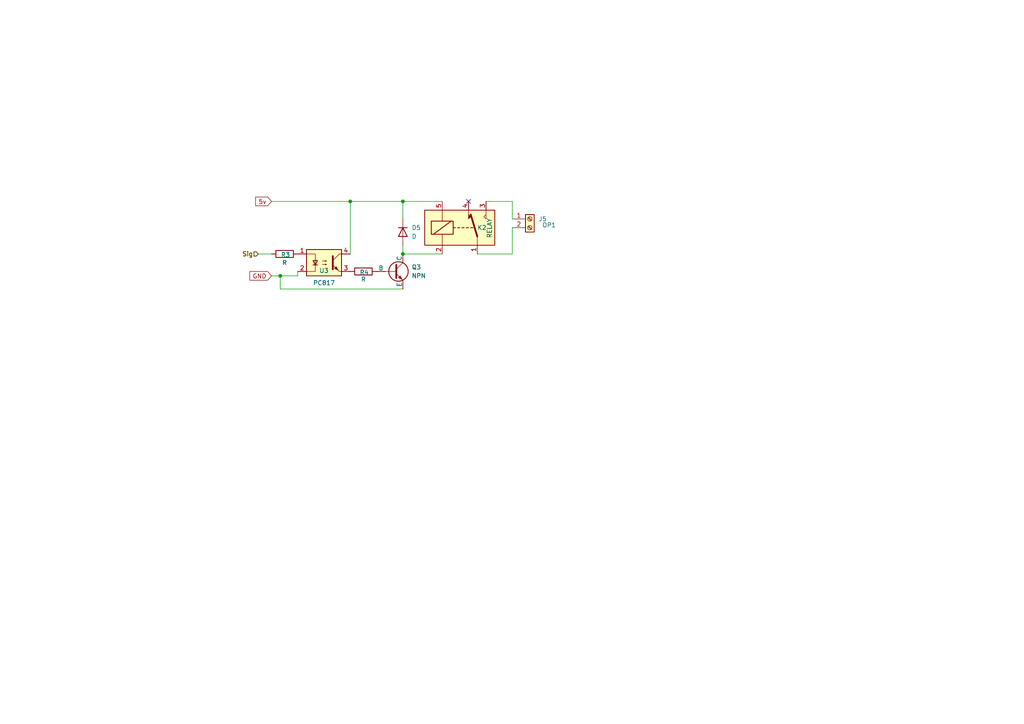
<source format=kicad_sch>
(kicad_sch (version 20231120) (generator "eeschema") (generator_version "8.0")
  (paper "A4")
  (lib_symbols
    (symbol "Connector:Screw_Terminal_01x02" (pin_names (offset 1.016) hide)
      (property "Reference" "J" (at 0 2.54 0))
      (property "Value" "Screw_Terminal_01x02" (at 0 -5.08 0))
      (symbol "Screw_Terminal_01x02_1_1"
        (rectangle (start -1.27 1.27) (end 1.27 -3.81) (stroke (width 0.254)) (fill (type background)))
        (circle (center 0 -2.54) (radius 0.635) (stroke (width 0.1524)))
        (polyline (pts (xy -0.5334 -2.2098) (xy 0.3302 -3.048)) (stroke (width 0.1524)))
        (polyline (pts (xy -0.5334 0.3302) (xy 0.3302 -0.508)) (stroke (width 0.1524)))
        (polyline (pts (xy -0.3556 -2.032) (xy 0.508 -2.8702)) (stroke (width 0.1524)))
        (polyline (pts (xy -0.3556 0.508) (xy 0.508 -0.3302)) (stroke (width 0.1524)))
        (circle (center 0 0) (radius 0.635) (stroke (width 0.1524)))
        (pin passive line (at -5.08 0 0) (length 3.81) (name "Pin_1") (number "1"))
        (pin passive line (at -5.08 -2.54 0) (length 3.81) (name "Pin_2") (number "2"))
      )
    )
    (symbol "Device:D" (pin_numbers hide) (pin_names (offset 1.016) hide)
      (property "Reference" "D" (at 0 2.54 0))
      (property "Value" "D" (at 0 -2.54 0))
      (symbol "D_0_1"
        (polyline (pts (xy -1.27 1.27) (xy -1.27 -1.27)) (stroke (width 0.254)))
        (polyline (pts (xy 1.27 0) (xy -1.27 0)))
        (polyline (pts (xy 1.27 1.27) (xy 1.27 -1.27) (xy -1.27 0) (xy 1.27 1.27)) (stroke (width 0.254)))
      )
      (symbol "D_1_1"
        (pin passive line (at -3.81 0 0) (length 2.54) (name "K") (number "1"))
        (pin passive line (at 3.81 0 180) (length 2.54) (name "A") (number "2"))
      )
    )
    (symbol "Device:R" (pin_numbers hide) (pin_names (offset 0))
      (property "Reference" "R" (at 2.032 0 90))
      (property "Value" "R" (at 0 0 90))
      (symbol "R_0_1"
        (rectangle (start -1.016 -2.54) (end 1.016 2.54) (stroke (width 0.254)))
      )
      (symbol "R_1_1"
        (pin passive line (at 0 3.81 270) (length 1.27) (name "~") (number "1"))
        (pin passive line (at 0 -3.81 90) (length 1.27) (name "~") (number "2"))
      )
    )
    (symbol "Isolator:PC817" (pin_names (offset 1.016))
      (property "Reference" "U" (at -5.08 5.08 0))
      (property "Value" "PC817" (at 0 5.08 0))
      (symbol "PC817_0_1"
        (rectangle (start -5.08 3.81) (end 5.08 -3.81) (stroke (width 0.254)) (fill (type background)))
        (polyline (pts (xy -3.175 -0.635) (xy -1.905 -0.635)) (stroke (width 0.254)))
        (polyline (pts (xy 2.54 0.635) (xy 4.445 2.54)))
        (polyline (pts (xy 4.445 -2.54) (xy 2.54 -0.635)) (fill (type outline)))
        (polyline (pts (xy 4.445 -2.54) (xy 5.08 -2.54)))
        (polyline (pts (xy 4.445 2.54) (xy 5.08 2.54)))
        (polyline (pts (xy -5.08 2.54) (xy -2.54 2.54) (xy -2.54 -0.635)))
        (polyline (pts (xy -2.54 -0.635) (xy -2.54 -2.54) (xy -5.08 -2.54)))
        (polyline (pts (xy 2.54 1.905) (xy 2.54 -1.905) (xy 2.54 -1.905)) (stroke (width 0.508)))
        (polyline (pts (xy -2.54 -0.635) (xy -3.175 0.635) (xy -1.905 0.635) (xy -2.54 -0.635)) (stroke (width 0.254)))
        (polyline (pts (xy -0.508 -0.508) (xy 0.762 -0.508) (xy 0.381 -0.635) (xy 0.381 -0.381) (xy 0.762 -0.508)))
        (polyline (pts (xy -0.508 0.508) (xy 0.762 0.508) (xy 0.381 0.381) (xy 0.381 0.635) (xy 0.762 0.508)))
        (polyline (pts (xy 3.048 -1.651) (xy 3.556 -1.143) (xy 4.064 -2.159) (xy 3.048 -1.651) (xy 3.048 -1.651)) (fill (type outline)))
      )
      (symbol "PC817_1_1"
        (pin passive line (at -7.62 2.54 0) (length 2.54) (name "~") (number "1"))
        (pin passive line (at -7.62 -2.54 0) (length 2.54) (name "~") (number "2"))
        (pin passive line (at 7.62 -2.54 180) (length 2.54) (name "~") (number "3"))
        (pin passive line (at 7.62 2.54 180) (length 2.54) (name "~") (number "4"))
      )
    )
    (symbol "Relay:SANYOU_SRD_Form_C"
      (property "Reference" "K" (at 11.43 3.81 0))
      (property "Value" "SANYOU_SRD_Form_C" (at 11.43 1.27 0))
      (symbol "SANYOU_SRD_Form_C_0_0"
        (polyline (pts (xy 7.62 5.08) (xy 7.62 2.54) (xy 6.985 3.175) (xy 7.62 3.81)))
      )
      (symbol "SANYOU_SRD_Form_C_0_1"
        (rectangle (start -10.16 5.08) (end 10.16 -5.08) (stroke (width 0.254)) (fill (type background)))
        (rectangle (start -8.255 1.905) (end -1.905 -1.905) (stroke (width 0.254)))
        (polyline (pts (xy -7.62 -1.905) (xy -2.54 1.905)) (stroke (width 0.254)))
        (polyline (pts (xy -5.08 -5.08) (xy -5.08 -1.905)))
        (polyline (pts (xy -5.08 5.08) (xy -5.08 1.905)))
        (polyline (pts (xy -1.905 0) (xy -1.27 0)) (stroke (width 0.254)))
        (polyline (pts (xy -0.635 0) (xy 0 0)) (stroke (width 0.254)))
        (polyline (pts (xy 0.635 0) (xy 1.27 0)) (stroke (width 0.254)))
        (polyline (pts (xy 1.905 0) (xy 2.54 0)) (stroke (width 0.254)))
        (polyline (pts (xy 3.175 0) (xy 3.81 0)) (stroke (width 0.254)))
        (polyline (pts (xy 5.08 -2.54) (xy 3.175 3.81)) (stroke (width 0.508)))
        (polyline (pts (xy 5.08 -2.54) (xy 5.08 -5.08)))
      )
      (symbol "SANYOU_SRD_Form_C_1_1"
        (polyline (pts (xy 2.54 3.81) (xy 3.175 3.175) (xy 2.54 2.54) (xy 2.54 5.08)) (fill (type outline)))
        (pin passive line (at 5.08 -7.62 90) (length 2.54) (name "~") (number "1"))
        (pin passive line (at -5.08 -7.62 90) (length 2.54) (name "~") (number "2"))
        (pin passive line (at 7.62 7.62 270) (length 2.54) (name "~") (number "3"))
        (pin passive line (at 2.54 7.62 270) (length 2.54) (name "~") (number "4"))
        (pin passive line (at -5.08 7.62 270) (length 2.54) (name "~") (number "5"))
      )
    )
    (symbol "Simulation_SPICE:NPN" (pin_numbers hide) (pin_names (offset 0))
      (property "Reference" "Q" (at -2.54 7.62 0))
      (property "Value" "NPN" (at -2.54 5.08 0))
      (symbol "NPN_0_1"
        (polyline (pts (xy -2.54 0) (xy 0.635 0)) (stroke (width 0.1524)))
        (polyline (pts (xy 0.635 0.635) (xy 2.54 2.54)))
        (polyline (pts (xy 2.794 -1.27) (xy 2.794 -1.27)) (stroke (width 0.1524)))
        (polyline (pts (xy 2.794 -1.27) (xy 2.794 -1.27)) (stroke (width 0.1524)))
        (polyline (pts (xy 0.635 -0.635) (xy 2.54 -2.54) (xy 2.54 -2.54)))
        (polyline (pts (xy 0.635 1.905) (xy 0.635 -1.905) (xy 0.635 -1.905)) (stroke (width 0.508)))
        (polyline (pts (xy 1.27 -1.778) (xy 1.778 -1.27) (xy 2.286 -2.286) (xy 1.27 -1.778) (xy 1.27 -1.778)) (fill (type outline)))
        (circle (center 1.27 0) (radius 2.8194) (stroke (width 0.254)))
      )
      (symbol "NPN_1_1"
        (pin open_collector line (at 2.54 5.08 270) (length 2.54) (name "C") (number "1"))
        (pin input line (at -5.08 0 0) (length 2.54) (name "B") (number "2"))
        (pin open_emitter line (at 2.54 -5.08 90) (length 2.54) (name "E") (number "3"))
      )
    )
  )
  (junction (at 101.6 58.42))
  (junction (at 116.84 73.66))
  (junction (at 81.28 80.01))
  (junction (at 116.84 58.42))
  (no_connect (at 135.89 58.42))
  (wire (pts (xy 116.84 58.42) (xy 128.27 58.42)))
  (wire (pts (xy 148.59 58.42) (xy 148.59 63.5)))
  (wire (pts (xy 116.84 63.5) (xy 116.84 58.42)))
  (wire (pts (xy 78.74 80.01) (xy 81.28 80.01)))
  (wire (pts (xy 101.6 58.42) (xy 116.84 58.42)))
  (wire (pts (xy 81.28 80.01) (xy 81.28 83.82)))
  (wire (pts (xy 116.84 73.66) (xy 128.27 73.66)))
  (wire (pts (xy 101.6 73.66) (xy 101.6 58.42)))
  (wire (pts (xy 116.84 83.82) (xy 81.28 83.82)))
  (wire (pts (xy 86.36 78.74) (xy 86.36 80.01)))
  (wire (pts (xy 78.74 58.42) (xy 101.6 58.42)))
  (wire (pts (xy 116.84 71.12) (xy 116.84 73.66)))
  (wire (pts (xy 138.43 73.66) (xy 148.59 73.66)))
  (wire (pts (xy 148.59 73.66) (xy 148.59 66.04)))
  (wire (pts (xy 74.93 73.66) (xy 78.74 73.66)))
  (wire (pts (xy 140.97 58.42) (xy 148.59 58.42)))
  (wire (pts (xy 81.28 80.01) (xy 86.36 80.01)))
  (global_label "5v" (shape input) (at 78.74 58.42 180) (property "Intersheetrefs" "${INTERSHEET_REFS}" (effects (hide yes))))
  (global_label "GND" (shape input) (at 78.74 80.01 180) (property "Intersheetrefs" "${INTERSHEET_REFS}" (effects (hide yes))))
  (hierarchical_label "Sig" (shape input) (at 74.93 73.66 180) (effects (font (thickness 0.254) (bold yes))))
  (symbol (lib_id "Device:D") (at 116.84 67.31 270) (unit 1)
    (property "Reference" "D5" (at 119.38 66.0399 90) (effects (justify left)))
    (property "Value" "D" (at 119.38 68.5799 90) (effects (justify left)))
    (property "Footprint" "Diode_THT:D_A-405_P7.62mm_Horizontal" (effects (hide yes)))
    (property "Description" "Diode" (effects (hide yes)))
    (property "Sim.Device" "D" (effects (hide yes)))
    (property "Sim.Pins" "1=K 2=A" (effects (hide yes)))
    (instances (project "SRF_V1" (path "" (reference "D5") (unit 1)) (path "" (reference "D4") (unit 1))))
  )
  (symbol (lib_id "Simulation_SPICE:NPN") (at 114.3 78.74 0) (unit 1)
    (property "Reference" "Q3" (at 119.38 77.4699 0) (effects (justify left)))
    (property "Value" "NPN" (at 119.38 80.0099 0) (effects (justify left)))
    (property "Footprint" "Package_TO_SOT_THT:TO-92L_Inline" (effects (hide yes)))
    (property "Datasheet" "https://ngspice.sourceforge.io/docs/ngspice-html-manual/manual.xhtml#cha_BJTs" (effects (hide yes)))
    (property "Description" "Bipolar transistor symbol for simulation only, substrate tied to the emitter" (effects (hide yes)))
    (property "Sim.Device" "NPN" (effects (hide yes)))
    (property "Sim.Type" "GUMMELPOON" (effects (hide yes)))
    (property "Sim.Pins" "1=C 2=B 3=E" (effects (hide yes)))
    (instances (project "SRF_V1" (path "" (reference "Q3") (unit 1)) (path "" (reference "Q2") (unit 1))))
  )
  (symbol (lib_id "Device:R") (at 82.55 73.66 270) (unit 1)
    (property "Reference" "R3" (at 82.804 73.914 90))
    (property "Value" "R" (at 82.55 76.2 90))
    (property "Footprint" "Resistor_THT:R_Axial_DIN0207_L6.3mm_D2.5mm_P7.62mm_Horizontal" (effects (hide yes)))
    (property "Description" "Resistor" (effects (hide yes)))
    (instances (project "SRF_V1" (path "" (reference "R3") (unit 1)) (path "" (reference "R1") (unit 1))))
  )
  (symbol (lib_id "Connector:Screw_Terminal_01x02") (at 153.67 63.5 0) (unit 1)
    (property "Reference" "J5" (at 156.21 63.4999 0) (effects (justify left)))
    (property "Value" "OP1" (at 157.226 65.278 0) (effects (justify left)))
    (property "Footprint" "TerminalBlock_Phoenix:TerminalBlock_Phoenix_MKDS-1,5-2-5.08_1x02_P5.08mm_Horizontal" (effects (hide yes)))
    (property "Description" "Generic screw terminal, single row, 01x02, script generated (kicad-library-utils/schlib/autogen/connector/)" (effects (hide yes)))
    (instances (project "SRF_V1" (path "" (reference "J5") (unit 1)) (path "" (reference "J3") (unit 1))))
  )
  (symbol (lib_id "Device:R") (at 105.41 78.74 90) (unit 1)
    (property "Reference" "R4" (at 105.664 78.994 90))
    (property "Value" "R" (at 105.41 81.026 90))
    (property "Footprint" "Resistor_THT:R_Axial_DIN0207_L6.3mm_D2.5mm_P7.62mm_Horizontal" (effects (hide yes)))
    (property "Description" "Resistor" (effects (hide yes)))
    (instances (project "SRF_V1" (path "" (reference "R4") (unit 1)) (path "" (reference "R2") (unit 1))))
  )
  (symbol (lib_id "Relay:SANYOU_SRD_Form_C") (at 133.35 66.04 0) (unit 1)
    (property "Reference" "K2" (at 138.43 66.04 0) (effects (justify left)))
    (property "Value" "RELAY" (at 141.986 69.088 90) (effects (justify left)))
    (property "Footprint" "Relay_THT:Relay_SPDT_SANYOU_SRD_Series_Form_C" (effects (hide yes)))
    (property "Datasheet" "http://www.sanyourelay.ca/public/products/pdf/SRD.pdf" (effects (hide yes)))
    (property "Description" "Sanyo SRD relay, Single Pole Miniature Power Relay," (effects (hide yes)))
    (instances (project "SRF_V1" (path "" (reference "K2") (unit 1)) (path "" (reference "K1") (unit 1))))
  )
  (symbol (lib_id "Isolator:PC817") (at 93.98 76.2 0) (unit 1)
    (property "Reference" "U3" (at 93.98 78.486 0))
    (property "Value" "PC817" (at 93.98 82.042 0))
    (property "Footprint" "Package_DIP:DIP-4_W7.62mm" (effects (hide yes)))
    (property "Datasheet" "http://www.soselectronic.cz/a_info/resource/d/pc817.pdf" (effects (hide yes)))
    (property "Description" "DC Optocoupler, Vce 35V, CTR 50-300%, DIP-4" (effects (hide yes)))
    (instances (project "SRF_V1" (path "" (reference "U3") (unit 1)) (path "" (reference "U2") (unit 1))))
  )
)
</source>
